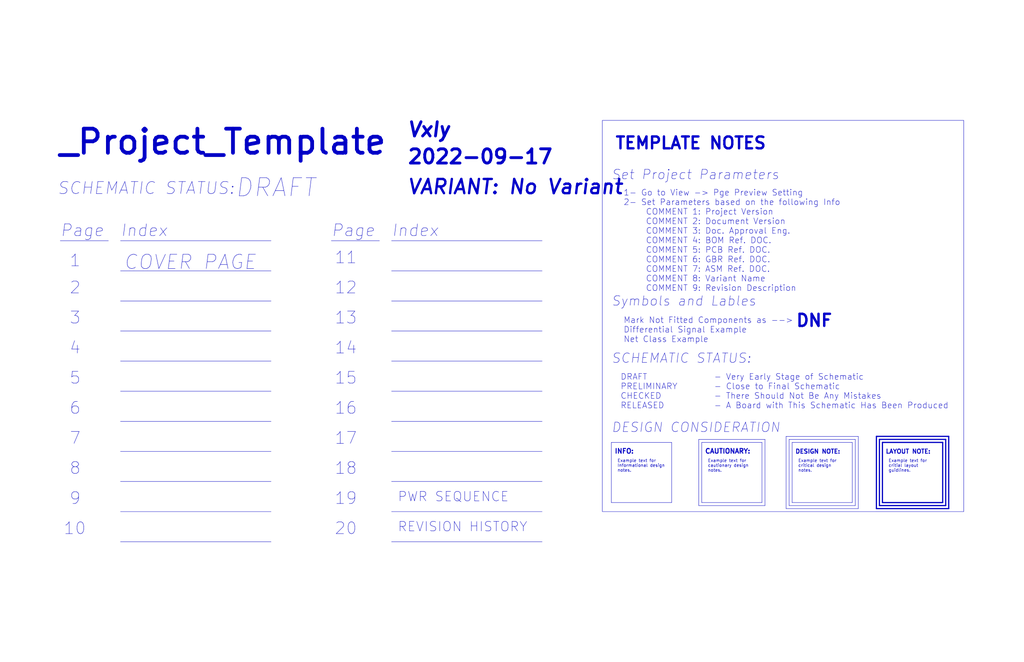
<source format=kicad_sch>
(kicad_sch (version 20230121) (generator eeschema)
  (paper "B")
  (title_block (title "_Project_Template") (date "2022-09-17") (rev "VxIy") (company "Siavash Taher Parvar") (comment 1 "Siavash Taher Parvar") (comment 2 "Siavash Taher Parvar") (comment 3 "Siavash Taher Parvar") (comment 4 "PT_091722_2") (comment 5 "PT_091722_3") (comment 6 "PT_091722_4") (comment 7 "PT_091722_1") (comment 8 "No Variant") (comment 9 "N/A"))
  (lib_symbols)
  (polyline (pts (xy 50.8 139.7) (xy 114.3 139.7)))
  (polyline (pts (xy 370.84 185.42) (xy 370.84 213.36)) (stroke (width 0.5)))
  (polyline (pts (xy 332.74 185.42) (xy 332.74 213.36)))
  (polyline (pts (xy 397.51 212.09) (xy 372.11 212.09)) (stroke (width 0.5)))
  (polyline (pts (xy 165.1 165.1) (xy 228.6 165.1)))
  (polyline (pts (xy 50.8 127) (xy 114.3 127)))
  (polyline (pts (xy 361.95 184.15) (xy 361.95 214.63)))
  (polyline (pts (xy 369.57 184.15) (xy 369.57 214.63)) (stroke (width 0.5)))
  (polyline (pts (xy 370.84 185.42) (xy 398.78 185.42)) (stroke (width 0.5)))
  (polyline (pts (xy 322.58 213.36) (xy 294.64 213.36)))
  (polyline (pts (xy 165.1 127) (xy 228.6 127)))
  (polyline (pts (xy 165.1 228.6) (xy 228.6 228.6)))
  (polyline (pts (xy 359.41 186.69) (xy 359.41 212.09)))
  (polyline (pts (xy 372.11 186.69) (xy 372.11 212.09)) (stroke (width 0.5)))
  (polyline (pts (xy 50.8 165.1) (xy 114.3 165.1)))
  (polyline (pts (xy 369.57 184.15) (xy 400.05 184.15)) (stroke (width 0.5)))
  (polyline (pts (xy 50.8 177.8) (xy 114.3 177.8)))
  (polyline (pts (xy 294.64 185.42) (xy 294.64 213.36)))
  (polyline (pts (xy 369.57 214.63) (xy 400.05 214.63)) (stroke (width 0.5)))
  (polyline (pts (xy 50.8 101.6) (xy 114.3 101.6)))
  (polyline (pts (xy 50.8 203.2) (xy 114.3 203.2)))
  (polyline (pts (xy 283.21 212.09) (xy 257.81 212.09)))
  (polyline (pts (xy 25.4 101.6) (xy 45.72 101.6)))
  (polyline (pts (xy 331.47 184.15) (xy 361.95 184.15)))
  (polyline (pts (xy 165.1 215.9) (xy 228.6 215.9)))
  (polyline (pts (xy 332.74 185.42) (xy 360.68 185.42)))
  (polyline (pts (xy 50.8 190.5) (xy 114.3 190.5)))
  (polyline (pts (xy 322.58 185.42) (xy 322.58 213.36)))
  (polyline (pts (xy 294.64 185.42) (xy 322.58 185.42)))
  (polyline (pts (xy 295.91 186.69) (xy 295.91 212.09)))
  (polyline (pts (xy 331.47 184.15) (xy 331.47 214.63)))
  (polyline (pts (xy 360.68 213.36) (xy 332.74 213.36)))
  (polyline (pts (xy 398.78 213.36) (xy 370.84 213.36)) (stroke (width 0.5)))
  (polyline (pts (xy 334.01 186.69) (xy 334.01 212.09)))
  (polyline (pts (xy 165.1 190.5) (xy 228.6 190.5)))
  (polyline (pts (xy 50.8 215.9) (xy 114.3 215.9)))
  (polyline (pts (xy 295.91 186.69) (xy 321.31 186.69)))
  (polyline (pts (xy 359.41 212.09) (xy 334.01 212.09)))
  (polyline (pts (xy 283.21 186.69) (xy 283.21 212.09)))
  (polyline (pts (xy 139.7 101.6) (xy 160.02 101.6)))
  (polyline (pts (xy 400.05 184.15) (xy 400.05 214.63)) (stroke (width 0.5)))
  (polyline (pts (xy 165.1 114.3) (xy 228.6 114.3)))
  (polyline (pts (xy 334.01 186.69) (xy 359.41 186.69)))
  (polyline (pts (xy 165.1 139.7) (xy 228.6 139.7)))
  (polyline (pts (xy 360.68 185.42) (xy 360.68 213.36)))
  (polyline (pts (xy 50.8 152.4) (xy 114.3 152.4)))
  (polyline (pts (xy 257.81 186.69) (xy 283.21 186.69)))
  (polyline (pts (xy 397.51 186.69) (xy 397.51 212.09)) (stroke (width 0.5)))
  (polyline (pts (xy 398.78 185.42) (xy 398.78 213.36)) (stroke (width 0.5)))
  (polyline (pts (xy 257.81 186.69) (xy 257.81 212.09)))
  (polyline (pts (xy 372.11 186.69) (xy 397.51 186.69)) (stroke (width 0.5)))
  (polyline (pts (xy 321.31 212.09) (xy 295.91 212.09)))
  (polyline (pts (xy 331.47 214.63) (xy 361.95 214.63)))
  (polyline (pts (xy 50.8 228.6) (xy 114.3 228.6)))
  (polyline (pts (xy 165.1 177.8) (xy 228.6 177.8)))
  (polyline (pts (xy 321.31 186.69) (xy 321.31 212.09)))
  (polyline (pts (xy 50.8 114.3) (xy 114.3 114.3)))
  (polyline (pts (xy 165.1 203.2) (xy 228.6 203.2)))
  (polyline (pts (xy 165.1 152.4) (xy 228.6 152.4)))
  (polyline (pts (xy 165.1 101.6) (xy 228.6 101.6)))
  (rectangle (start 254 50.8) (end 406.4 215.9))
  (text "PWR SEQUENCE" (at 167.64 212.09 0) (effects (font (size 4 4)) (justify left bottom)))
  (text "DRAFT" (at 99.06 83.82 0) (effects (font (size 7.62 7.62) italic) (justify left bottom)))
  (text "Index" (at 165.1 100.33 0) (effects (font (size 5 5) italic) (justify left bottom)))
  (text "${ISSUE_DATE}" (at 171.45 69.85 0) (effects (font (size 6 6) bold) (justify left bottom)))
  (text "14" (at 140.97 149.86 0) (effects (font (size 5 5)) (justify left bottom)))
  (text "8" (at 29.21 200.66 0) (effects (font (size 5 5)) (justify left bottom)))
  (text "Page" (at 25.4 100.33 0) (effects (font (size 5 5) italic) (justify left bottom)))
  (text "11" (at 140.97 111.76 0) (effects (font (size 5 5)) (justify left bottom)))
  (text "SCHEMATIC STATUS:" (at 257.81 153.67 0) (effects (font (size 4 4) italic) (justify left bottom)))
  (text "15" (at 140.97 162.56 0) (effects (font (size 5 5)) (justify left bottom)))
  (text "DESIGN CONSIDERATION" (at 257.81 182.88 0) (effects (font (size 4 4) italic) (justify left bottom)))
  (text "2\n" (at 29.21 124.46 0) (effects (font (size 5 5)) (justify left bottom)))
  (text "6" (at 29.21 175.26 0) (effects (font (size 5 5)) (justify left bottom)))
  (text "3" (at 29.21 137.16 0) (effects (font (size 5 5)) (justify left bottom)))
  (text "17" (at 140.97 187.96 0) (effects (font (size 5 5)) (justify left bottom)))
  (text "12" (at 140.97 124.46 0) (effects (font (size 5 5)) (justify left bottom)))
  (text "Symbols and Lables" (at 257.81 129.54 0) (effects (font (size 4 4) italic) (justify left bottom)))
  (text "LAYOUT NOTE:" (at 373.38 191.77 0) (effects (font (size 1.8 1.8) bold) (justify left bottom)))
  (text "10" (at 26.67 226.06 0) (effects (font (size 5 5)) (justify left bottom)))
  (text "DESIGN NOTE:" (at 335.28 191.77 0) (effects (font (size 1.8 1.8) bold) (justify left bottom)))
  (text "Page" (at 139.7 100.33 0) (effects (font (size 5 5) italic) (justify left bottom)))
  (text "DRAFT 			- Very Early Stage of Schematic\nPRELIMINARY 	- Close to Final Schematic\nCHECKED 		- There Should Not Be Any Mistakes\nRELEASED 		- A Board with This Schematic Has Been Produced" (at 261.62 172.72 0) (effects (font (size 2.5 2.5)) (justify left bottom)))
  (text "${TITLE}" (at 24.13 66.04 0) (effects (font (size 10.16 10.16) (thickness 1.6) bold) (justify left bottom)))
  (text "Index" (at 50.8 100.33 0) (effects (font (size 5 5) italic) (justify left bottom)))
  (text "4" (at 29.21 149.86 0) (effects (font (size 5 5)) (justify left bottom)))
  (text "18" (at 140.97 200.66 0) (effects (font (size 5 5)) (justify left bottom)))
  (text "DNF" (at 335.28 138.43 0) (effects (font (size 5.08 5.08) (thickness 1.016) bold) (justify left bottom)))
  (text "19" (at 140.97 213.36 0) (effects (font (size 5 5)) (justify left bottom)))
  (text "Example text for\ncautionary design\nnotes." (at 298.45 199.39 0) (effects (font (size 1.27 1.27)) (justify left bottom)))
  (text "VARIANT: ${COMMENT8}" (at 171.45 82.55 0) (effects (font (size 6 6) (thickness 1) bold italic) (justify left bottom)))
  (text "Example text for\ncritical design \nnotes." (at 336.55 199.39 0) (effects (font (size 1.27 1.27)) (justify left bottom)))
  (text "Mark Not Fitted Components as -->\nDifferential Signal Example\nNet Class Example" (at 262.89 144.78 0) (effects (font (size 2.5 2.5)) (justify left bottom)))
  (text "TEMPLATE NOTES" (at 259.08 63.5 0) (effects (font (size 5 5) bold) (justify left bottom)))
  (text "9" (at 29.21 213.36 0) (effects (font (size 5 5)) (justify left bottom)))
  (text "Example text for\nInformational design\nnotes." (at 260.35 199.39 0) (effects (font (size 1.27 1.27)) (justify left bottom)))
  (text "CAUTIONARY:" (at 297.18 191.77 0) (effects (font (size 2 2) bold) (justify left bottom)))
  (text "16" (at 140.97 175.26 0) (effects (font (size 5 5)) (justify left bottom)))
  (text "INFO:" (at 259.08 191.77 0) (effects (font (size 2 2) (thickness 0.4) bold) (justify left bottom)))
  (text "1" (at 29.21 113.03 0) (effects (font (size 5 5)) (justify left bottom)))
  (text "1- Go to View -> Pge Preview Setting\n2- Set Parameters based on the following Info\n	COMMENT 1: Project Version\n	COMMENT 2: Document Version\n	COMMENT 3: Doc. Approval Eng.\n	COMMENT 4: BOM Ref. DOC.\n	COMMENT 5: PCB Ref. DOC.\n	COMMENT 6: GBR Ref. DOC.\n	COMMENT 7: ASM Ref. DOC.\n	COMMENT 8: Variant Name\n	COMMENT 9: Revision Description " (at 262.89 123.19 0) (effects (font (size 2.5 2.5)) (justify left bottom)))
  (text "5" (at 29.21 162.56 0) (effects (font (size 5 5)) (justify left bottom)))
  (text "Set Project Parameters" (at 257.81 76.2 0) (effects (font (size 4 4) italic) (justify left bottom)))
  (text "13" (at 140.97 137.16 0) (effects (font (size 5 5)) (justify left bottom)))
  (text "Example text for\ncritial layout\nguidlines." (at 374.65 199.39 0) (effects (font (size 1.27 1.27)) (justify left bottom)))
  (text "COVER PAGE" (at 52.07 114.3 0) (effects (font (size 6 6) italic) (justify left bottom)))
  (text "7" (at 29.21 187.96 0) (effects (font (size 5 5)) (justify left bottom)))
  (text "${REVISION}" (at 171.45 58.42 0) (effects (font (size 6 6) bold italic) (justify left bottom)))
  (text "20" (at 140.97 226.06 0) (effects (font (size 5 5)) (justify left bottom)))
  (text "REVISION HISTORY" (at 167.64 224.79 0) (effects (font (size 4 4)) (justify left bottom)))
  (text "SCHEMATIC STATUS: " (at 24.13 82.55 0) (effects (font (size 5.08 5.08) italic) (justify left bottom)))
)
</source>
